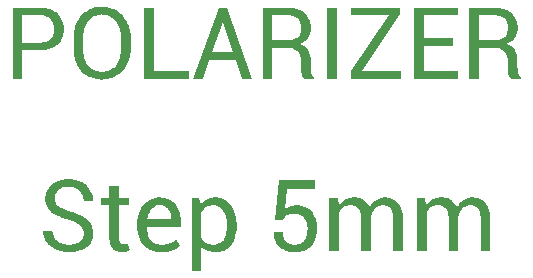
<source format=gto>
G04*
G04 #@! TF.GenerationSoftware,Altium Limited,Altium Designer,19.0.15 (446)*
G04*
G04 Layer_Color=65535*
%FSLAX25Y25*%
%MOIN*%
G70*
G01*
G75*
G36*
X466517Y425424D02*
X466850Y425396D01*
X467211Y425368D01*
X467627Y425313D01*
X468072Y425230D01*
X469044Y425035D01*
X469544Y424896D01*
X470016Y424730D01*
X470515Y424535D01*
X470988Y424285D01*
X471404Y424036D01*
X471821Y423730D01*
X471848Y423702D01*
X471904Y423647D01*
X472015Y423563D01*
X472154Y423397D01*
X472293Y423230D01*
X472459Y423008D01*
X472654Y422758D01*
X472848Y422453D01*
X473042Y422119D01*
X473237Y421758D01*
X473404Y421342D01*
X473542Y420897D01*
X473681Y420398D01*
X473792Y419870D01*
X473848Y419315D01*
X473876Y418704D01*
Y418676D01*
Y418620D01*
Y418537D01*
X473848Y418398D01*
Y418232D01*
X473820Y418065D01*
X473765Y417621D01*
X473626Y417148D01*
X473459Y416621D01*
X473237Y416066D01*
X472904Y415538D01*
Y415510D01*
X472848Y415482D01*
X472737Y415316D01*
X472515Y415066D01*
X472209Y414760D01*
X471821Y414427D01*
X471349Y414066D01*
X470765Y413733D01*
X470127Y413400D01*
X470154D01*
X470210Y413372D01*
X470321Y413344D01*
X470460Y413288D01*
X470599Y413205D01*
X470793Y413122D01*
X471210Y412900D01*
X471682Y412622D01*
X472154Y412261D01*
X472570Y411817D01*
X472931Y411317D01*
Y411289D01*
X472959Y411261D01*
X473015Y411178D01*
X473070Y411067D01*
X473126Y410928D01*
X473209Y410761D01*
X473376Y410345D01*
X473515Y409845D01*
X473654Y409234D01*
X473765Y408568D01*
X473792Y407818D01*
Y405596D01*
Y405541D01*
Y405402D01*
X473820Y405207D01*
Y404930D01*
X473848Y404624D01*
X473903Y404291D01*
X474042Y403597D01*
Y403569D01*
X474098Y403458D01*
X474153Y403291D01*
X474237Y403097D01*
X474375Y402875D01*
X474514Y402625D01*
X474681Y402403D01*
X474903Y402180D01*
Y401792D01*
X471598D01*
X471571Y401820D01*
X471487Y401903D01*
X471376Y402014D01*
X471265Y402180D01*
X471126Y402430D01*
X470988Y402708D01*
X470849Y403014D01*
X470765Y403402D01*
Y403458D01*
X470738Y403597D01*
X470710Y403819D01*
X470682Y404097D01*
X470654Y404430D01*
X470626Y404791D01*
X470599Y405207D01*
Y405624D01*
Y407790D01*
Y407818D01*
Y407873D01*
Y407984D01*
X470571Y408096D01*
Y408262D01*
X470543Y408457D01*
X470460Y408901D01*
X470321Y409373D01*
X470127Y409901D01*
X469849Y410400D01*
X469460Y410873D01*
X469405Y410928D01*
X469266Y411067D01*
X469016Y411234D01*
X468683Y411456D01*
X468238Y411678D01*
X467738Y411844D01*
X467128Y411983D01*
X466461Y412039D01*
X460990D01*
Y401792D01*
X457769D01*
Y425452D01*
X466239D01*
X466517Y425424D01*
D02*
G37*
G36*
X453798Y422953D02*
X442607D01*
Y415288D01*
X452326D01*
Y412761D01*
X442607D01*
Y404291D01*
X453992D01*
Y401792D01*
X439385D01*
Y425480D01*
X453798D01*
Y422953D01*
D02*
G37*
G36*
X434581Y423175D02*
X421862Y404291D01*
X435109D01*
Y401792D01*
X418252D01*
Y404152D01*
X430915Y422953D01*
X418447D01*
Y425480D01*
X434581D01*
Y423175D01*
D02*
G37*
G36*
X413587Y401792D02*
X410366D01*
Y425480D01*
X413587D01*
Y401792D01*
D02*
G37*
G36*
X397591Y425424D02*
X397925Y425396D01*
X398286Y425368D01*
X398702Y425313D01*
X399147Y425230D01*
X400118Y425035D01*
X400618Y424896D01*
X401090Y424730D01*
X401590Y424535D01*
X402062Y424285D01*
X402479Y424036D01*
X402895Y423730D01*
X402923Y423702D01*
X402979Y423647D01*
X403090Y423563D01*
X403229Y423397D01*
X403368Y423230D01*
X403534Y423008D01*
X403729Y422758D01*
X403923Y422453D01*
X404117Y422119D01*
X404312Y421758D01*
X404478Y421342D01*
X404617Y420897D01*
X404756Y420398D01*
X404867Y419870D01*
X404923Y419315D01*
X404951Y418704D01*
Y418676D01*
Y418620D01*
Y418537D01*
X404923Y418398D01*
Y418232D01*
X404895Y418065D01*
X404839Y417621D01*
X404701Y417148D01*
X404534Y416621D01*
X404312Y416066D01*
X403978Y415538D01*
Y415510D01*
X403923Y415482D01*
X403812Y415316D01*
X403590Y415066D01*
X403284Y414760D01*
X402895Y414427D01*
X402423Y414066D01*
X401840Y413733D01*
X401201Y413400D01*
X401229D01*
X401285Y413372D01*
X401396Y413344D01*
X401535Y413288D01*
X401674Y413205D01*
X401868Y413122D01*
X402285Y412900D01*
X402757Y412622D01*
X403229Y412261D01*
X403645Y411817D01*
X404006Y411317D01*
Y411289D01*
X404034Y411261D01*
X404090Y411178D01*
X404145Y411067D01*
X404201Y410928D01*
X404284Y410761D01*
X404451Y410345D01*
X404590Y409845D01*
X404728Y409234D01*
X404839Y408568D01*
X404867Y407818D01*
Y405596D01*
Y405541D01*
Y405402D01*
X404895Y405207D01*
Y404930D01*
X404923Y404624D01*
X404978Y404291D01*
X405117Y403597D01*
Y403569D01*
X405173Y403458D01*
X405228Y403291D01*
X405311Y403097D01*
X405450Y402875D01*
X405589Y402625D01*
X405756Y402403D01*
X405978Y402180D01*
Y401792D01*
X402673D01*
X402646Y401820D01*
X402562Y401903D01*
X402451Y402014D01*
X402340Y402180D01*
X402201Y402430D01*
X402062Y402708D01*
X401924Y403014D01*
X401840Y403402D01*
Y403458D01*
X401813Y403597D01*
X401785Y403819D01*
X401757Y404097D01*
X401729Y404430D01*
X401701Y404791D01*
X401674Y405207D01*
Y405624D01*
Y407790D01*
Y407818D01*
Y407873D01*
Y407984D01*
X401646Y408096D01*
Y408262D01*
X401618Y408457D01*
X401535Y408901D01*
X401396Y409373D01*
X401201Y409901D01*
X400924Y410400D01*
X400535Y410873D01*
X400480Y410928D01*
X400341Y411067D01*
X400091Y411234D01*
X399758Y411456D01*
X399313Y411678D01*
X398813Y411844D01*
X398202Y411983D01*
X397536Y412039D01*
X392065D01*
Y401792D01*
X388844D01*
Y425452D01*
X397314D01*
X397591Y425424D01*
D02*
G37*
G36*
X385373Y401792D02*
X382096D01*
X380013Y407873D01*
X371099D01*
X368961Y401792D01*
X365711D01*
X374237Y425480D01*
X376986D01*
X385373Y401792D01*
D02*
G37*
G36*
X352660Y404291D02*
X364212D01*
Y401792D01*
X349438D01*
Y425480D01*
X352660D01*
Y404291D01*
D02*
G37*
G36*
X315226Y425452D02*
X315531Y425424D01*
X315892Y425368D01*
X316309Y425313D01*
X316753Y425230D01*
X317225Y425118D01*
X317697Y425007D01*
X318197Y424841D01*
X318697Y424646D01*
X319169Y424424D01*
X319641Y424147D01*
X320085Y423869D01*
X320502Y423508D01*
X320530Y423480D01*
X320585Y423425D01*
X320696Y423314D01*
X320835Y423147D01*
X321002Y422953D01*
X321168Y422730D01*
X321363Y422453D01*
X321557Y422147D01*
X321752Y421786D01*
X321946Y421397D01*
X322113Y420981D01*
X322279Y420509D01*
X322418Y420037D01*
X322529Y419509D01*
X322585Y418954D01*
X322612Y418370D01*
Y418343D01*
Y418232D01*
Y418065D01*
X322585Y417843D01*
X322557Y417565D01*
X322501Y417260D01*
X322446Y416899D01*
X322362Y416510D01*
X322251Y416121D01*
X322085Y415704D01*
X321918Y415260D01*
X321724Y414844D01*
X321474Y414399D01*
X321196Y413983D01*
X320863Y413594D01*
X320502Y413205D01*
X320474Y413177D01*
X320391Y413122D01*
X320280Y413039D01*
X320113Y412900D01*
X319891Y412761D01*
X319641Y412594D01*
X319336Y412428D01*
X318975Y412261D01*
X318586Y412067D01*
X318142Y411900D01*
X317642Y411733D01*
X317114Y411594D01*
X316559Y411456D01*
X315948Y411372D01*
X315281Y411317D01*
X314587Y411289D01*
X308755D01*
Y401792D01*
X305534D01*
Y425480D01*
X314948D01*
X315226Y425452D01*
D02*
G37*
G36*
X335553Y425785D02*
X335859Y425757D01*
X336220Y425730D01*
X336636Y425674D01*
X337108Y425563D01*
X337636Y425452D01*
X338164Y425313D01*
X338747Y425118D01*
X339330Y424869D01*
X339913Y424591D01*
X340496Y424258D01*
X341052Y423869D01*
X341607Y423425D01*
X342135Y422925D01*
X342162Y422897D01*
X342246Y422786D01*
X342385Y422619D01*
X342551Y422425D01*
X342774Y422119D01*
X342996Y421786D01*
X343218Y421397D01*
X343495Y420953D01*
X343745Y420453D01*
X343968Y419925D01*
X344217Y419315D01*
X344412Y418676D01*
X344579Y418009D01*
X344717Y417287D01*
X344801Y416538D01*
X344828Y415732D01*
Y411511D01*
Y411456D01*
Y411317D01*
X344801Y411095D01*
Y410789D01*
X344745Y410400D01*
X344690Y409984D01*
X344606Y409512D01*
X344495Y408984D01*
X344356Y408429D01*
X344162Y407846D01*
X343968Y407235D01*
X343690Y406624D01*
X343384Y406013D01*
X343023Y405430D01*
X342607Y404846D01*
X342135Y404291D01*
X342107Y404263D01*
X342024Y404180D01*
X341857Y404041D01*
X341635Y403847D01*
X341385Y403624D01*
X341052Y403402D01*
X340691Y403153D01*
X340246Y402875D01*
X339774Y402625D01*
X339247Y402347D01*
X338664Y402125D01*
X338053Y401903D01*
X337386Y401708D01*
X336664Y401570D01*
X335914Y401486D01*
X335137Y401459D01*
X334942D01*
X334748Y401486D01*
X334442Y401514D01*
X334109Y401542D01*
X333693Y401597D01*
X333248Y401708D01*
X332749Y401820D01*
X332221Y401958D01*
X331665Y402153D01*
X331110Y402375D01*
X330555Y402653D01*
X329972Y402986D01*
X329416Y403347D01*
X328889Y403791D01*
X328389Y404291D01*
X328361Y404319D01*
X328277Y404430D01*
X328139Y404597D01*
X328000Y404819D01*
X327778Y405096D01*
X327583Y405430D01*
X327333Y405818D01*
X327111Y406263D01*
X326861Y406763D01*
X326611Y407318D01*
X326417Y407901D01*
X326222Y408540D01*
X326056Y409234D01*
X325917Y409956D01*
X325834Y410706D01*
X325806Y411511D01*
Y415732D01*
Y415788D01*
Y415927D01*
X325834Y416149D01*
Y416454D01*
X325889Y416815D01*
X325945Y417260D01*
X326028Y417732D01*
X326139Y418259D01*
X326278Y418815D01*
X326445Y419398D01*
X326639Y419981D01*
X326889Y420592D01*
X327194Y421203D01*
X327528Y421786D01*
X327944Y422369D01*
X328389Y422925D01*
X328416Y422953D01*
X328500Y423064D01*
X328666Y423202D01*
X328861Y423369D01*
X329111Y423591D01*
X329444Y423841D01*
X329805Y424091D01*
X330221Y424369D01*
X330666Y424646D01*
X331193Y424896D01*
X331749Y425146D01*
X332332Y425368D01*
X332971Y425535D01*
X333665Y425702D01*
X334387Y425785D01*
X335137Y425813D01*
X335331D01*
X335553Y425785D01*
D02*
G37*
G36*
X324792Y368268D02*
X325126Y368240D01*
X325487Y368184D01*
X325903Y368129D01*
X326347Y368018D01*
X326792Y367907D01*
X327292Y367768D01*
X327792Y367601D01*
X328291Y367407D01*
X328764Y367157D01*
X329263Y366851D01*
X329708Y366546D01*
X330152Y366157D01*
X330180Y366129D01*
X330235Y366074D01*
X330346Y365935D01*
X330513Y365796D01*
X330680Y365574D01*
X330846Y365352D01*
X331041Y365074D01*
X331263Y364741D01*
X331457Y364408D01*
X331652Y364019D01*
X331846Y363630D01*
X332013Y363186D01*
X332151Y362714D01*
X332235Y362242D01*
X332290Y361742D01*
X332318Y361214D01*
X332262Y361131D01*
X329208D01*
Y361159D01*
Y361214D01*
Y361325D01*
X329180Y361464D01*
X329152Y361631D01*
X329124Y361825D01*
X329041Y362297D01*
X328875Y362825D01*
X328625Y363380D01*
X328458Y363658D01*
X328264Y363908D01*
X328042Y364186D01*
X327792Y364436D01*
X327764Y364463D01*
X327736Y364491D01*
X327653Y364547D01*
X327542Y364658D01*
X327403Y364741D01*
X327236Y364852D01*
X326820Y365102D01*
X326292Y365352D01*
X325681Y365574D01*
X324959Y365713D01*
X324598Y365741D01*
X324181Y365769D01*
X323959D01*
X323820Y365741D01*
X323626D01*
X323404Y365713D01*
X322904Y365630D01*
X322349Y365519D01*
X321793Y365324D01*
X321238Y365047D01*
X320738Y364686D01*
X320682Y364630D01*
X320544Y364491D01*
X320349Y364241D01*
X320155Y363936D01*
X319933Y363519D01*
X319738Y363047D01*
X319599Y362492D01*
X319572Y362186D01*
X319544Y361853D01*
Y361825D01*
Y361797D01*
Y361714D01*
X319572Y361603D01*
X319627Y361297D01*
X319710Y360936D01*
X319877Y360548D01*
X320099Y360103D01*
X320432Y359687D01*
X320627Y359465D01*
X320849Y359270D01*
X320877D01*
X320905Y359215D01*
X320988Y359159D01*
X321099Y359104D01*
X321238Y359020D01*
X321432Y358909D01*
X321627Y358798D01*
X321877Y358659D01*
X322154Y358521D01*
X322487Y358382D01*
X322821Y358243D01*
X323210Y358076D01*
X323626Y357910D01*
X324098Y357771D01*
X324598Y357604D01*
X325126Y357465D01*
X325153D01*
X325292Y357410D01*
X325459Y357354D01*
X325709Y357299D01*
X326014Y357188D01*
X326347Y357077D01*
X326736Y356938D01*
X327125Y356771D01*
X328014Y356382D01*
X328902Y355910D01*
X329763Y355355D01*
X330180Y355049D01*
X330541Y354716D01*
X330569Y354688D01*
X330624Y354633D01*
X330707Y354522D01*
X330846Y354383D01*
X330985Y354216D01*
X331152Y353994D01*
X331318Y353772D01*
X331485Y353494D01*
X331652Y353189D01*
X331846Y352828D01*
X331985Y352467D01*
X332124Y352078D01*
X332262Y351661D01*
X332346Y351217D01*
X332401Y350745D01*
X332429Y350273D01*
Y350245D01*
Y350134D01*
X332401Y349995D01*
Y349801D01*
X332374Y349551D01*
X332318Y349273D01*
X332235Y348968D01*
X332151Y348634D01*
X332040Y348273D01*
X331874Y347885D01*
X331707Y347496D01*
X331485Y347135D01*
X331235Y346746D01*
X330930Y346357D01*
X330569Y345996D01*
X330180Y345663D01*
X330152Y345635D01*
X330069Y345580D01*
X329958Y345496D01*
X329763Y345385D01*
X329541Y345274D01*
X329263Y345108D01*
X328958Y344969D01*
X328597Y344802D01*
X328208Y344636D01*
X327764Y344497D01*
X327264Y344330D01*
X326736Y344219D01*
X326181Y344108D01*
X325598Y344025D01*
X324959Y343969D01*
X324292Y343941D01*
X323959D01*
X323709Y343969D01*
X323432Y343997D01*
X323071Y344052D01*
X322682Y344108D01*
X322265Y344191D01*
X321793Y344274D01*
X321321Y344413D01*
X320821Y344552D01*
X320294Y344747D01*
X319766Y344969D01*
X319266Y345219D01*
X318739Y345496D01*
X318239Y345830D01*
X318211Y345857D01*
X318128Y345913D01*
X317989Y346024D01*
X317822Y346191D01*
X317628Y346385D01*
X317406Y346607D01*
X317183Y346885D01*
X316933Y347190D01*
X316684Y347551D01*
X316461Y347940D01*
X316239Y348357D01*
X316045Y348829D01*
X315878Y349301D01*
X315767Y349829D01*
X315712Y350412D01*
X315684Y350995D01*
X315712Y351078D01*
X318794D01*
Y351050D01*
Y350995D01*
Y350856D01*
X318822Y350717D01*
X318850Y350523D01*
X318877Y350301D01*
X319016Y349829D01*
X319211Y349273D01*
X319350Y348968D01*
X319516Y348690D01*
X319710Y348412D01*
X319933Y348134D01*
X320183Y347885D01*
X320488Y347635D01*
X320516D01*
X320571Y347579D01*
X320655Y347524D01*
X320794Y347440D01*
X320932Y347357D01*
X321127Y347246D01*
X321349Y347135D01*
X321599Y347024D01*
X322154Y346802D01*
X322821Y346607D01*
X323515Y346468D01*
X323904Y346441D01*
X324292Y346413D01*
X324515D01*
X324681Y346441D01*
X324876D01*
X325098Y346468D01*
X325598Y346552D01*
X326181Y346663D01*
X326764Y346857D01*
X327375Y347107D01*
X327903Y347440D01*
X327930D01*
X327958Y347496D01*
X328125Y347635D01*
X328319Y347857D01*
X328569Y348190D01*
X328819Y348579D01*
X329041Y349051D01*
X329180Y349606D01*
X329208Y349912D01*
X329236Y350245D01*
Y350273D01*
Y350328D01*
Y350412D01*
X329208Y350523D01*
X329180Y350800D01*
X329097Y351189D01*
X328958Y351606D01*
X328736Y352050D01*
X328458Y352522D01*
X328069Y352939D01*
X328014Y352994D01*
X327958Y353050D01*
X327847Y353133D01*
X327708Y353216D01*
X327569Y353327D01*
X327375Y353439D01*
X327125Y353577D01*
X326875Y353716D01*
X326570Y353883D01*
X326236Y354022D01*
X325875Y354188D01*
X325459Y354327D01*
X325014Y354494D01*
X324542Y354661D01*
X324015Y354799D01*
X323987D01*
X323848Y354855D01*
X323682Y354883D01*
X323432Y354966D01*
X323126Y355049D01*
X322765Y355160D01*
X322376Y355299D01*
X321960Y355466D01*
X321043Y355827D01*
X320127Y356271D01*
X319211Y356799D01*
X318766Y357104D01*
X318377Y357410D01*
X318350Y357437D01*
X318294Y357493D01*
X318183Y357576D01*
X318072Y357715D01*
X317905Y357910D01*
X317739Y358104D01*
X317544Y358354D01*
X317378Y358604D01*
X317183Y358909D01*
X316989Y359243D01*
X316822Y359604D01*
X316656Y359992D01*
X316545Y360409D01*
X316434Y360853D01*
X316378Y361325D01*
X316350Y361797D01*
Y361825D01*
Y361909D01*
X316378Y362075D01*
Y362269D01*
X316406Y362492D01*
X316461Y362769D01*
X316545Y363075D01*
X316628Y363408D01*
X316739Y363769D01*
X316878Y364158D01*
X317044Y364547D01*
X317267Y364935D01*
X317517Y365324D01*
X317794Y365713D01*
X318128Y366074D01*
X318516Y366435D01*
X318544Y366463D01*
X318627Y366518D01*
X318739Y366602D01*
X318905Y366740D01*
X319127Y366879D01*
X319405Y367018D01*
X319710Y367185D01*
X320044Y367379D01*
X320432Y367546D01*
X320877Y367712D01*
X321321Y367851D01*
X321821Y368018D01*
X322376Y368129D01*
X322932Y368212D01*
X323543Y368268D01*
X324181Y368296D01*
X324542D01*
X324792Y368268D01*
D02*
G37*
G36*
X373584Y362158D02*
X373806D01*
X374084Y362103D01*
X374417Y362047D01*
X374751Y361964D01*
X375139Y361853D01*
X375556Y361714D01*
X375973Y361547D01*
X376389Y361325D01*
X376806Y361075D01*
X377222Y360798D01*
X377639Y360437D01*
X378000Y360048D01*
X378361Y359576D01*
X378389Y359548D01*
X378444Y359465D01*
X378527Y359298D01*
X378638Y359104D01*
X378777Y358854D01*
X378944Y358548D01*
X379111Y358159D01*
X379277Y357743D01*
X379444Y357299D01*
X379610Y356771D01*
X379777Y356216D01*
X379916Y355605D01*
X380027Y354966D01*
X380110Y354272D01*
X380166Y353522D01*
X380193Y352744D01*
Y352383D01*
Y352328D01*
Y352217D01*
Y352022D01*
X380166Y351745D01*
X380138Y351439D01*
X380110Y351050D01*
X380055Y350634D01*
X379971Y350189D01*
X379749Y349218D01*
X379610Y348718D01*
X379416Y348190D01*
X379222Y347690D01*
X378972Y347190D01*
X378694Y346691D01*
X378361Y346246D01*
X378333Y346218D01*
X378277Y346135D01*
X378166Y346024D01*
X378028Y345885D01*
X377833Y345719D01*
X377611Y345524D01*
X377361Y345302D01*
X377056Y345108D01*
X376694Y344885D01*
X376333Y344663D01*
X375917Y344469D01*
X375473Y344302D01*
X374973Y344163D01*
X374473Y344052D01*
X373918Y343969D01*
X373334Y343941D01*
X373057D01*
X372751Y343969D01*
X372362Y343997D01*
X371918Y344080D01*
X371446Y344163D01*
X370946Y344302D01*
X370474Y344469D01*
X370419Y344497D01*
X370280Y344580D01*
X370030Y344691D01*
X369752Y344885D01*
X369419Y345108D01*
X369086Y345385D01*
X368724Y345719D01*
X368391Y346107D01*
Y337526D01*
X365170D01*
Y361853D01*
X367641D01*
X368141Y359576D01*
Y359604D01*
X368169Y359631D01*
X368308Y359798D01*
X368475Y360020D01*
X368724Y360298D01*
X369030Y360603D01*
X369419Y360936D01*
X369835Y361242D01*
X370280Y361520D01*
X370307D01*
X370335Y361547D01*
X370419Y361575D01*
X370502Y361631D01*
X370779Y361742D01*
X371141Y361853D01*
X371585Y361964D01*
X372085Y362075D01*
X372668Y362158D01*
X373279Y362186D01*
X373418D01*
X373584Y362158D01*
D02*
G37*
G36*
X459366D02*
X459588Y362131D01*
X459866Y362075D01*
X460143Y362019D01*
X460477Y361964D01*
X461143Y361742D01*
X461504Y361575D01*
X461865Y361409D01*
X462198Y361186D01*
X462532Y360936D01*
X462865Y360659D01*
X463170Y360326D01*
X463198Y360298D01*
X463226Y360242D01*
X463309Y360131D01*
X463420Y359992D01*
X463531Y359798D01*
X463670Y359548D01*
X463809Y359270D01*
X463976Y358937D01*
X464115Y358576D01*
X464253Y358159D01*
X464392Y357715D01*
X464503Y357215D01*
X464614Y356688D01*
X464698Y356104D01*
X464725Y355466D01*
X464753Y354799D01*
Y344274D01*
X461532D01*
Y354827D01*
Y354855D01*
Y354938D01*
Y355077D01*
Y355244D01*
X461504Y355466D01*
X461476Y355716D01*
X461421Y356271D01*
X461310Y356882D01*
X461171Y357465D01*
X460949Y358021D01*
X460810Y358271D01*
X460643Y358493D01*
X460615Y358548D01*
X460477Y358659D01*
X460282Y358826D01*
X459977Y359048D01*
X459616Y359243D01*
X459144Y359409D01*
X458616Y359520D01*
X457977Y359576D01*
X457811D01*
X457700Y359548D01*
X457394Y359520D01*
X457033Y359437D01*
X456617Y359298D01*
X456172Y359104D01*
X455728Y358826D01*
X455311Y358437D01*
X455256Y358382D01*
X455145Y358243D01*
X454978Y357993D01*
X454784Y357660D01*
X454562Y357243D01*
X454367Y356743D01*
X454228Y356188D01*
X454117Y355577D01*
Y355438D01*
Y344274D01*
X450896D01*
Y354827D01*
Y354855D01*
Y354938D01*
Y355077D01*
Y355244D01*
X450868Y355438D01*
X450840Y355660D01*
X450785Y356216D01*
X450674Y356799D01*
X450507Y357382D01*
X450285Y357965D01*
X450146Y358215D01*
X449979Y358437D01*
X449924Y358493D01*
X449813Y358604D01*
X449591Y358798D01*
X449313Y359020D01*
X448924Y359215D01*
X448480Y359409D01*
X447952Y359520D01*
X447341Y359576D01*
X447091D01*
X446814Y359548D01*
X446481Y359492D01*
X446119Y359437D01*
X445703Y359326D01*
X445314Y359159D01*
X444925Y358965D01*
X444898Y358937D01*
X444759Y358854D01*
X444592Y358715D01*
X444398Y358548D01*
X444148Y358298D01*
X443926Y358021D01*
X443676Y357687D01*
X443481Y357299D01*
Y344274D01*
X440260D01*
Y361853D01*
X443120D01*
X443370Y359548D01*
Y359576D01*
X443398Y359604D01*
X443537Y359742D01*
X443704Y359992D01*
X443953Y360270D01*
X444287Y360576D01*
X444648Y360909D01*
X445064Y361214D01*
X445536Y361492D01*
X445564D01*
X445592Y361520D01*
X445675Y361547D01*
X445786Y361603D01*
X446064Y361714D01*
X446425Y361853D01*
X446869Y361964D01*
X447397Y362075D01*
X447980Y362158D01*
X448619Y362186D01*
X448924D01*
X449063Y362158D01*
X449258D01*
X449674Y362075D01*
X450146Y361992D01*
X450646Y361853D01*
X451146Y361659D01*
X451646Y361381D01*
X451674D01*
X451701Y361353D01*
X451868Y361242D01*
X452090Y361048D01*
X452368Y360770D01*
X452673Y360437D01*
X452979Y360020D01*
X453284Y359520D01*
X453534Y358937D01*
Y358965D01*
X453562Y358993D01*
X453617Y359076D01*
X453701Y359187D01*
X453867Y359465D01*
X454145Y359798D01*
X454451Y360187D01*
X454839Y360603D01*
X455284Y360964D01*
X455756Y361325D01*
X455784D01*
X455811Y361353D01*
X455895Y361409D01*
X456006Y361464D01*
X456283Y361603D01*
X456672Y361770D01*
X457116Y361909D01*
X457672Y362047D01*
X458255Y362158D01*
X458921Y362186D01*
X459171D01*
X459366Y362158D01*
D02*
G37*
G36*
X430235D02*
X430457Y362131D01*
X430735Y362075D01*
X431013Y362019D01*
X431346Y361964D01*
X432012Y361742D01*
X432373Y361575D01*
X432734Y361409D01*
X433068Y361186D01*
X433401Y360936D01*
X433734Y360659D01*
X434040Y360326D01*
X434067Y360298D01*
X434095Y360242D01*
X434178Y360131D01*
X434290Y359992D01*
X434401Y359798D01*
X434539Y359548D01*
X434678Y359270D01*
X434845Y358937D01*
X434984Y358576D01*
X435123Y358159D01*
X435261Y357715D01*
X435372Y357215D01*
X435484Y356688D01*
X435567Y356104D01*
X435595Y355466D01*
X435623Y354799D01*
Y344274D01*
X432401D01*
Y354827D01*
Y354855D01*
Y354938D01*
Y355077D01*
Y355244D01*
X432373Y355466D01*
X432346Y355716D01*
X432290Y356271D01*
X432179Y356882D01*
X432040Y357465D01*
X431818Y358021D01*
X431679Y358271D01*
X431512Y358493D01*
X431485Y358548D01*
X431346Y358659D01*
X431151Y358826D01*
X430846Y359048D01*
X430485Y359243D01*
X430013Y359409D01*
X429485Y359520D01*
X428847Y359576D01*
X428680D01*
X428569Y359548D01*
X428263Y359520D01*
X427902Y359437D01*
X427486Y359298D01*
X427041Y359104D01*
X426597Y358826D01*
X426181Y358437D01*
X426125Y358382D01*
X426014Y358243D01*
X425847Y357993D01*
X425653Y357660D01*
X425431Y357243D01*
X425237Y356743D01*
X425098Y356188D01*
X424987Y355577D01*
Y355438D01*
Y344274D01*
X421765D01*
Y354827D01*
Y354855D01*
Y354938D01*
Y355077D01*
Y355244D01*
X421737Y355438D01*
X421710Y355660D01*
X421654Y356216D01*
X421543Y356799D01*
X421376Y357382D01*
X421154Y357965D01*
X421015Y358215D01*
X420849Y358437D01*
X420793Y358493D01*
X420682Y358604D01*
X420460Y358798D01*
X420182Y359020D01*
X419794Y359215D01*
X419349Y359409D01*
X418822Y359520D01*
X418211Y359576D01*
X417961D01*
X417683Y359548D01*
X417350Y359492D01*
X416989Y359437D01*
X416572Y359326D01*
X416183Y359159D01*
X415795Y358965D01*
X415767Y358937D01*
X415628Y358854D01*
X415461Y358715D01*
X415267Y358548D01*
X415017Y358298D01*
X414795Y358021D01*
X414545Y357687D01*
X414351Y357299D01*
Y344274D01*
X411129D01*
Y361853D01*
X413990D01*
X414240Y359548D01*
Y359576D01*
X414267Y359604D01*
X414406Y359742D01*
X414573Y359992D01*
X414823Y360270D01*
X415156Y360576D01*
X415517Y360909D01*
X415934Y361214D01*
X416406Y361492D01*
X416433D01*
X416461Y361520D01*
X416544Y361547D01*
X416655Y361603D01*
X416933Y361714D01*
X417294Y361853D01*
X417739Y361964D01*
X418266Y362075D01*
X418849Y362158D01*
X419488Y362186D01*
X419794D01*
X419932Y362158D01*
X420127D01*
X420543Y362075D01*
X421015Y361992D01*
X421515Y361853D01*
X422015Y361659D01*
X422515Y361381D01*
X422543D01*
X422571Y361353D01*
X422737Y361242D01*
X422959Y361048D01*
X423237Y360770D01*
X423542Y360437D01*
X423848Y360020D01*
X424153Y359520D01*
X424403Y358937D01*
Y358965D01*
X424431Y358993D01*
X424487Y359076D01*
X424570Y359187D01*
X424737Y359465D01*
X425014Y359798D01*
X425320Y360187D01*
X425709Y360603D01*
X426153Y360964D01*
X426625Y361325D01*
X426653D01*
X426681Y361353D01*
X426764Y361409D01*
X426875Y361464D01*
X427153Y361603D01*
X427541Y361770D01*
X427986Y361909D01*
X428541Y362047D01*
X429124Y362158D01*
X429791Y362186D01*
X430041D01*
X430235Y362158D01*
D02*
G37*
G36*
X406131Y365102D02*
X396994D01*
X396217Y358298D01*
X396245Y358326D01*
X396356Y358382D01*
X396522Y358493D01*
X396717Y358632D01*
X396967Y358770D01*
X397272Y358909D01*
X397578Y359076D01*
X397911Y359215D01*
X397966Y359243D01*
X398077Y359270D01*
X398272Y359326D01*
X398522Y359409D01*
X398827Y359465D01*
X399188Y359520D01*
X399577Y359576D01*
X400021Y359604D01*
X400327D01*
X400577Y359576D01*
X400827Y359548D01*
X401160Y359492D01*
X401521Y359437D01*
X401882Y359354D01*
X402298Y359243D01*
X402715Y359104D01*
X403132Y358937D01*
X403576Y358743D01*
X403992Y358521D01*
X404409Y358243D01*
X404798Y357910D01*
X405159Y357549D01*
X405187Y357521D01*
X405242Y357465D01*
X405325Y357326D01*
X405464Y357160D01*
X405603Y356965D01*
X405770Y356688D01*
X405936Y356382D01*
X406103Y356049D01*
X406270Y355660D01*
X406464Y355244D01*
X406603Y354772D01*
X406742Y354244D01*
X406881Y353689D01*
X406964Y353105D01*
X407019Y352467D01*
X407047Y351800D01*
Y351772D01*
Y351634D01*
Y351467D01*
X407019Y351217D01*
X406992Y350911D01*
X406936Y350551D01*
X406881Y350162D01*
X406797Y349745D01*
X406714Y349301D01*
X406575Y348829D01*
X406436Y348357D01*
X406242Y347885D01*
X406020Y347412D01*
X405770Y346940D01*
X405464Y346496D01*
X405131Y346080D01*
X405103Y346052D01*
X405048Y345996D01*
X404937Y345885D01*
X404770Y345746D01*
X404576Y345580D01*
X404326Y345413D01*
X404048Y345219D01*
X403715Y345024D01*
X403354Y344802D01*
X402937Y344608D01*
X402465Y344441D01*
X401965Y344274D01*
X401438Y344136D01*
X400854Y344025D01*
X400216Y343969D01*
X399549Y343941D01*
X399271D01*
X399049Y343969D01*
X398799Y343997D01*
X398494Y344025D01*
X398161Y344080D01*
X397800Y344136D01*
X397022Y344330D01*
X396606Y344469D01*
X396189Y344636D01*
X395745Y344830D01*
X395328Y345052D01*
X394939Y345302D01*
X394551Y345580D01*
X394523Y345607D01*
X394467Y345663D01*
X394356Y345746D01*
X394245Y345885D01*
X394078Y346052D01*
X393912Y346274D01*
X393745Y346524D01*
X393551Y346802D01*
X393384Y347107D01*
X393218Y347468D01*
X393051Y347857D01*
X392912Y348301D01*
X392773Y348773D01*
X392690Y349273D01*
X392635Y349801D01*
Y350384D01*
X392662Y350495D01*
X395550D01*
Y350467D01*
Y350412D01*
Y350301D01*
X395578Y350162D01*
Y350023D01*
X395606Y349829D01*
X395689Y349384D01*
X395828Y348912D01*
X396022Y348412D01*
X396300Y347912D01*
X396661Y347468D01*
X396717Y347412D01*
X396855Y347301D01*
X397106Y347135D01*
X397439Y346940D01*
X397855Y346746D01*
X398355Y346579D01*
X398910Y346468D01*
X399549Y346413D01*
X399744D01*
X399883Y346441D01*
X400049Y346468D01*
X400244Y346496D01*
X400716Y346607D01*
X401215Y346774D01*
X401743Y347024D01*
X401993Y347190D01*
X402243Y347385D01*
X402465Y347607D01*
X402687Y347857D01*
Y347885D01*
X402743Y347912D01*
X402798Y347996D01*
X402854Y348134D01*
X402965Y348273D01*
X403048Y348440D01*
X403159Y348662D01*
X403270Y348884D01*
X403354Y349162D01*
X403465Y349440D01*
X403659Y350106D01*
X403770Y350884D01*
X403826Y351772D01*
Y351800D01*
Y351884D01*
Y351995D01*
X403798Y352161D01*
Y352356D01*
X403770Y352578D01*
X403687Y353078D01*
X403548Y353661D01*
X403354Y354272D01*
X403076Y354883D01*
X402687Y355438D01*
Y355466D01*
X402632Y355494D01*
X402493Y355660D01*
X402243Y355882D01*
X401882Y356132D01*
X401438Y356382D01*
X400882Y356604D01*
X400271Y356771D01*
X399910Y356799D01*
X399549Y356826D01*
X399244D01*
X398910Y356799D01*
X398494Y356743D01*
X398050Y356688D01*
X397605Y356577D01*
X397161Y356438D01*
X396800Y356243D01*
X396772Y356216D01*
X396661Y356132D01*
X396522Y355993D01*
X396328Y355827D01*
X396133Y355577D01*
X395939Y355271D01*
X395745Y354938D01*
X395578Y354522D01*
X392912Y354799D01*
X394273Y367962D01*
X406131D01*
Y365102D01*
D02*
G37*
G36*
X355117Y362158D02*
X355395Y362131D01*
X355756Y362075D01*
X356117Y361992D01*
X356506Y361909D01*
X356950Y361797D01*
X357367Y361659D01*
X357811Y361464D01*
X358255Y361270D01*
X358672Y361020D01*
X359088Y360714D01*
X359477Y360381D01*
X359810Y359992D01*
X359838Y359965D01*
X359894Y359881D01*
X359977Y359770D01*
X360088Y359604D01*
X360227Y359381D01*
X360366Y359104D01*
X360532Y358798D01*
X360699Y358437D01*
X360866Y358048D01*
X361032Y357604D01*
X361171Y357132D01*
X361310Y356604D01*
X361421Y356049D01*
X361504Y355466D01*
X361560Y354827D01*
X361588Y354161D01*
Y352467D01*
X350313D01*
X350285Y352383D01*
Y352356D01*
Y352272D01*
Y352133D01*
X350313Y351939D01*
Y351717D01*
X350341Y351439D01*
X350396Y351162D01*
X350424Y350856D01*
X350563Y350162D01*
X350785Y349440D01*
X351063Y348718D01*
X351452Y348051D01*
X351479Y348024D01*
X351507Y347968D01*
X351563Y347912D01*
X351674Y347801D01*
X351785Y347662D01*
X351951Y347524D01*
X352118Y347385D01*
X352340Y347246D01*
X352562Y347079D01*
X352840Y346940D01*
X353146Y346802D01*
X353451Y346663D01*
X353812Y346552D01*
X354201Y346496D01*
X354590Y346441D01*
X355034Y346413D01*
X355312D01*
X355617Y346441D01*
X356006Y346468D01*
X356422Y346524D01*
X356922Y346607D01*
X357394Y346718D01*
X357866Y346885D01*
X357894D01*
X357922Y346913D01*
X358089Y346968D01*
X358311Y347079D01*
X358616Y347218D01*
X358949Y347412D01*
X359311Y347635D01*
X359671Y347885D01*
X360005Y348162D01*
X361254Y346080D01*
X361199Y346052D01*
X361088Y345941D01*
X360866Y345746D01*
X360588Y345552D01*
X360227Y345302D01*
X359810Y345052D01*
X359311Y344802D01*
X358755Y344552D01*
X358727D01*
X358672Y344524D01*
X358589Y344497D01*
X358477Y344469D01*
X358338Y344413D01*
X358144Y344358D01*
X357950Y344302D01*
X357700Y344247D01*
X357172Y344136D01*
X356534Y344025D01*
X355812Y343969D01*
X355034Y343941D01*
X354867D01*
X354673Y343969D01*
X354395D01*
X354090Y344025D01*
X353729Y344080D01*
X353312Y344136D01*
X352868Y344247D01*
X352396Y344386D01*
X351924Y344524D01*
X351424Y344719D01*
X350924Y344969D01*
X350424Y345247D01*
X349952Y345552D01*
X349508Y345941D01*
X349091Y346357D01*
X349063Y346385D01*
X349008Y346468D01*
X348897Y346607D01*
X348758Y346802D01*
X348591Y347052D01*
X348425Y347329D01*
X348230Y347662D01*
X348036Y348051D01*
X347842Y348496D01*
X347647Y348968D01*
X347481Y349495D01*
X347314Y350051D01*
X347175Y350662D01*
X347064Y351300D01*
X347008Y351995D01*
X346981Y352717D01*
Y353439D01*
Y353494D01*
Y353605D01*
X347008Y353800D01*
Y354077D01*
X347036Y354411D01*
X347092Y354772D01*
X347175Y355188D01*
X347258Y355660D01*
X347369Y356132D01*
X347508Y356632D01*
X347703Y357160D01*
X347897Y357687D01*
X348147Y358215D01*
X348452Y358743D01*
X348786Y359243D01*
X349174Y359715D01*
X349202Y359742D01*
X349286Y359826D01*
X349397Y359937D01*
X349563Y360103D01*
X349785Y360298D01*
X350035Y360492D01*
X350341Y360714D01*
X350674Y360964D01*
X351035Y361186D01*
X351452Y361409D01*
X351896Y361603D01*
X352368Y361797D01*
X352868Y361964D01*
X353396Y362075D01*
X353951Y362158D01*
X354534Y362186D01*
X354867D01*
X355117Y362158D01*
D02*
G37*
G36*
X340982Y361853D02*
X344315D01*
Y359492D01*
X340982D01*
Y348801D01*
Y348745D01*
Y348607D01*
X341010Y348384D01*
X341038Y348107D01*
X341093Y347829D01*
X341204Y347524D01*
X341316Y347274D01*
X341482Y347052D01*
X341510Y347024D01*
X341565Y346968D01*
X341704Y346885D01*
X341843Y346802D01*
X342038Y346718D01*
X342287Y346635D01*
X342537Y346579D01*
X342843Y346552D01*
X343037D01*
X343232Y346579D01*
X343454Y346607D01*
X343482D01*
X343509Y346635D01*
X343676Y346663D01*
X343843Y346718D01*
X344037Y346774D01*
X344481Y344580D01*
X344454D01*
X344426Y344524D01*
X344342Y344497D01*
X344204Y344413D01*
X344065Y344358D01*
X343898Y344274D01*
X343676Y344191D01*
X343426Y344136D01*
X343398D01*
X343315Y344108D01*
X343176Y344080D01*
X342982Y344052D01*
X342787Y343997D01*
X342537Y343969D01*
X342038Y343941D01*
X341843D01*
X341704Y343969D01*
X341565D01*
X341371Y343997D01*
X340927Y344080D01*
X340427Y344219D01*
X339899Y344441D01*
X339399Y344719D01*
X338927Y345108D01*
Y345135D01*
X338872Y345163D01*
X338816Y345247D01*
X338733Y345330D01*
X338650Y345469D01*
X338566Y345607D01*
X338455Y345802D01*
X338344Y345996D01*
X338233Y346246D01*
X338122Y346524D01*
X338039Y346829D01*
X337955Y347163D01*
X337872Y347524D01*
X337817Y347912D01*
X337789Y348357D01*
X337761Y348801D01*
Y359492D01*
X334984D01*
Y361853D01*
X337761D01*
Y366102D01*
X340982D01*
Y361853D01*
D02*
G37*
%LPC*%
G36*
X466322Y422953D02*
X460990D01*
Y414566D01*
X465795D01*
X465989Y414594D01*
X466211D01*
X466461Y414621D01*
X467044Y414705D01*
X467711Y414816D01*
X468349Y415010D01*
X468960Y415260D01*
X469210Y415427D01*
X469460Y415593D01*
X469488D01*
X469516Y415649D01*
X469655Y415788D01*
X469849Y416038D01*
X470071Y416371D01*
X470265Y416815D01*
X470460Y417371D01*
X470599Y418009D01*
X470654Y418370D01*
Y418759D01*
Y418787D01*
Y418843D01*
Y418954D01*
X470626Y419092D01*
Y419259D01*
X470599Y419453D01*
X470515Y419898D01*
X470377Y420398D01*
X470154Y420897D01*
X469877Y421397D01*
X469488Y421842D01*
X469432Y421897D01*
X469377Y421953D01*
X469266Y422008D01*
X469155Y422092D01*
X468988Y422203D01*
X468821Y422286D01*
X468599Y422397D01*
X468349Y422508D01*
X468099Y422591D01*
X467794Y422703D01*
X467461Y422786D01*
X467128Y422841D01*
X466739Y422897D01*
X466322Y422953D01*
D02*
G37*
G36*
X397397D02*
X392065D01*
Y414566D01*
X396869D01*
X397064Y414594D01*
X397286D01*
X397536Y414621D01*
X398119Y414705D01*
X398786Y414816D01*
X399424Y415010D01*
X400035Y415260D01*
X400285Y415427D01*
X400535Y415593D01*
X400563D01*
X400591Y415649D01*
X400729Y415788D01*
X400924Y416038D01*
X401146Y416371D01*
X401340Y416815D01*
X401535Y417371D01*
X401674Y418009D01*
X401729Y418370D01*
Y418759D01*
Y418787D01*
Y418843D01*
Y418954D01*
X401701Y419092D01*
Y419259D01*
X401674Y419453D01*
X401590Y419898D01*
X401451Y420398D01*
X401229Y420897D01*
X400952Y421397D01*
X400563Y421842D01*
X400507Y421897D01*
X400452Y421953D01*
X400341Y422008D01*
X400230Y422092D01*
X400063Y422203D01*
X399896Y422286D01*
X399674Y422397D01*
X399424Y422508D01*
X399174Y422591D01*
X398869Y422703D01*
X398536Y422786D01*
X398202Y422841D01*
X397814Y422897D01*
X397397Y422953D01*
D02*
G37*
G36*
X375653Y420731D02*
X375542D01*
X372015Y410567D01*
X379097D01*
X375653Y420731D01*
D02*
G37*
G36*
X314587Y422953D02*
X308755D01*
Y413788D01*
X314809D01*
X314976Y413816D01*
X315198D01*
X315420Y413844D01*
X315948Y413955D01*
X316531Y414094D01*
X317142Y414316D01*
X317697Y414649D01*
X317947Y414844D01*
X318197Y415066D01*
X318225Y415094D01*
X318253Y415121D01*
X318308Y415205D01*
X318391Y415288D01*
X318586Y415593D01*
X318808Y415954D01*
X319002Y416427D01*
X319197Y417010D01*
X319336Y417648D01*
X319391Y417982D01*
Y418343D01*
Y418370D01*
Y418426D01*
Y418537D01*
X319363Y418676D01*
Y418843D01*
X319336Y419037D01*
X319252Y419481D01*
X319113Y420009D01*
X318891Y420564D01*
X318586Y421092D01*
X318419Y421370D01*
X318197Y421620D01*
Y421647D01*
X318142Y421675D01*
X318058Y421731D01*
X317975Y421842D01*
X317836Y421925D01*
X317697Y422036D01*
X317503Y422175D01*
X317308Y422286D01*
X317058Y422425D01*
X316781Y422536D01*
X316503Y422647D01*
X316170Y422758D01*
X315809Y422841D01*
X315448Y422897D01*
X315031Y422925D01*
X314587Y422953D01*
D02*
G37*
G36*
X335137Y423175D02*
X334859D01*
X334665Y423147D01*
X334442Y423119D01*
X334165Y423064D01*
X333859Y423008D01*
X333526Y422925D01*
X333165Y422814D01*
X332804Y422675D01*
X332443Y422508D01*
X332082Y422286D01*
X331693Y422064D01*
X331332Y421786D01*
X330999Y421453D01*
X330666Y421092D01*
X330638Y421064D01*
X330582Y421009D01*
X330499Y420870D01*
X330416Y420703D01*
X330277Y420509D01*
X330138Y420259D01*
X329999Y419981D01*
X329833Y419648D01*
X329666Y419287D01*
X329527Y418870D01*
X329388Y418426D01*
X329250Y417954D01*
X329166Y417454D01*
X329083Y416926D01*
X329027Y416343D01*
X328999Y415760D01*
Y411511D01*
Y411483D01*
Y411372D01*
Y411206D01*
X329027Y410956D01*
X329055Y410678D01*
X329083Y410373D01*
X329138Y410012D01*
X329222Y409623D01*
X329416Y408762D01*
X329555Y408318D01*
X329694Y407873D01*
X329888Y407429D01*
X330110Y406985D01*
X330360Y406568D01*
X330666Y406152D01*
X330694Y406124D01*
X330749Y406068D01*
X330832Y405957D01*
X330971Y405818D01*
X331138Y405680D01*
X331332Y405485D01*
X331582Y405318D01*
X331860Y405124D01*
X332165Y404930D01*
X332499Y404735D01*
X332860Y404541D01*
X333248Y404402D01*
X333693Y404263D01*
X334137Y404152D01*
X334637Y404097D01*
X335137Y404069D01*
X335276D01*
X335414Y404097D01*
X335637D01*
X335887Y404124D01*
X336164Y404180D01*
X336497Y404236D01*
X336831Y404319D01*
X337220Y404430D01*
X337608Y404569D01*
X337997Y404735D01*
X338386Y404930D01*
X338775Y405180D01*
X339163Y405457D01*
X339524Y405763D01*
X339858Y406124D01*
X339885Y406152D01*
X339941Y406207D01*
X340024Y406346D01*
X340135Y406513D01*
X340274Y406707D01*
X340413Y406957D01*
X340580Y407262D01*
X340746Y407568D01*
X340885Y407957D01*
X341052Y408345D01*
X341191Y408790D01*
X341329Y409290D01*
X341441Y409790D01*
X341524Y410345D01*
X341579Y410900D01*
X341607Y411511D01*
Y415760D01*
Y415788D01*
Y415899D01*
Y416066D01*
X341579Y416288D01*
X341552Y416565D01*
X341524Y416899D01*
X341468Y417260D01*
X341385Y417648D01*
X341191Y418481D01*
X341052Y418926D01*
X340857Y419370D01*
X340663Y419814D01*
X340441Y420259D01*
X340163Y420703D01*
X339858Y421092D01*
X339830Y421120D01*
X339774Y421175D01*
X339691Y421286D01*
X339552Y421425D01*
X339358Y421564D01*
X339136Y421758D01*
X338886Y421953D01*
X338608Y422147D01*
X338302Y422341D01*
X337942Y422508D01*
X337553Y422703D01*
X337136Y422841D01*
X336664Y422980D01*
X336192Y423091D01*
X335692Y423147D01*
X335137Y423175D01*
D02*
G37*
G36*
X372335Y359576D02*
X372112D01*
X371835Y359548D01*
X371529Y359492D01*
X371141Y359409D01*
X370752Y359298D01*
X370335Y359159D01*
X369946Y358937D01*
X369891Y358909D01*
X369780Y358826D01*
X369613Y358687D01*
X369391Y358493D01*
X369141Y358243D01*
X368891Y357965D01*
X368613Y357632D01*
X368391Y357243D01*
Y348745D01*
X368419Y348690D01*
X368502Y348551D01*
X368641Y348357D01*
X368808Y348107D01*
X369030Y347829D01*
X369308Y347551D01*
X369613Y347274D01*
X369946Y347024D01*
X370002Y346996D01*
X370113Y346940D01*
X370335Y346829D01*
X370613Y346718D01*
X370974Y346607D01*
X371390Y346496D01*
X371863Y346441D01*
X372362Y346413D01*
X372585D01*
X372751Y346441D01*
X372918Y346468D01*
X373140Y346496D01*
X373640Y346635D01*
X374195Y346829D01*
X374501Y346968D01*
X374778Y347107D01*
X375056Y347301D01*
X375334Y347524D01*
X375584Y347774D01*
X375806Y348079D01*
X375834Y348107D01*
X375861Y348162D01*
X375917Y348246D01*
X376000Y348384D01*
X376084Y348551D01*
X376167Y348745D01*
X376278Y348995D01*
X376389Y349245D01*
X376500Y349551D01*
X376611Y349884D01*
X376694Y350217D01*
X376778Y350606D01*
X376917Y351439D01*
X376972Y352383D01*
Y352744D01*
Y352772D01*
Y352883D01*
Y353022D01*
X376944Y353244D01*
Y353494D01*
X376917Y353800D01*
X376861Y354133D01*
X376833Y354494D01*
X376694Y355271D01*
X376472Y356077D01*
X376167Y356910D01*
X376000Y357299D01*
X375778Y357660D01*
Y357687D01*
X375723Y357743D01*
X375667Y357826D01*
X375556Y357965D01*
X375278Y358271D01*
X374917Y358632D01*
X374417Y358965D01*
X373834Y359270D01*
X373501Y359409D01*
X373140Y359492D01*
X372751Y359548D01*
X372335Y359576D01*
D02*
G37*
G36*
X354895Y359659D02*
X354367D01*
X354256Y359631D01*
X353951Y359604D01*
X353562Y359492D01*
X353118Y359354D01*
X352646Y359104D01*
X352174Y358798D01*
X351951Y358576D01*
X351729Y358354D01*
Y358326D01*
X351674Y358298D01*
X351618Y358215D01*
X351563Y358132D01*
X351368Y357854D01*
X351146Y357465D01*
X350924Y356993D01*
X350702Y356438D01*
X350535Y355799D01*
X350396Y355077D01*
X350452Y354994D01*
X358394D01*
Y355244D01*
Y355271D01*
Y355327D01*
Y355438D01*
Y355577D01*
X358366Y355716D01*
X358338Y355910D01*
X358283Y356354D01*
X358172Y356854D01*
X358005Y357382D01*
X357755Y357910D01*
X357450Y358409D01*
Y358437D01*
X357394Y358465D01*
X357283Y358604D01*
X357061Y358798D01*
X356728Y359048D01*
X356311Y359270D01*
X355812Y359465D01*
X355228Y359604D01*
X354895Y359659D01*
D02*
G37*
%LPD*%
M02*

</source>
